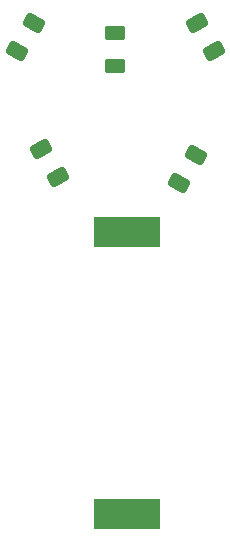
<source format=gbr>
%TF.GenerationSoftware,KiCad,Pcbnew,(6.0.8)*%
%TF.CreationDate,2022-10-01T01:52:07+02:00*%
%TF.ProjectId,ea_logobulb,65615f6c-6f67-46f6-9275-6c622e6b6963,rev?*%
%TF.SameCoordinates,Original*%
%TF.FileFunction,Paste,Bot*%
%TF.FilePolarity,Positive*%
%FSLAX46Y46*%
G04 Gerber Fmt 4.6, Leading zero omitted, Abs format (unit mm)*
G04 Created by KiCad (PCBNEW (6.0.8)) date 2022-10-01 01:52:07*
%MOMM*%
%LPD*%
G01*
G04 APERTURE LIST*
G04 Aperture macros list*
%AMRoundRect*
0 Rectangle with rounded corners*
0 $1 Rounding radius*
0 $2 $3 $4 $5 $6 $7 $8 $9 X,Y pos of 4 corners*
0 Add a 4 corners polygon primitive as box body*
4,1,4,$2,$3,$4,$5,$6,$7,$8,$9,$2,$3,0*
0 Add four circle primitives for the rounded corners*
1,1,$1+$1,$2,$3*
1,1,$1+$1,$4,$5*
1,1,$1+$1,$6,$7*
1,1,$1+$1,$8,$9*
0 Add four rect primitives between the rounded corners*
20,1,$1+$1,$2,$3,$4,$5,0*
20,1,$1+$1,$4,$5,$6,$7,0*
20,1,$1+$1,$6,$7,$8,$9,0*
20,1,$1+$1,$8,$9,$2,$3,0*%
G04 Aperture macros list end*
%ADD10R,5.560000X2.600000*%
%ADD11RoundRect,0.250000X-0.625000X0.375000X-0.625000X-0.375000X0.625000X-0.375000X0.625000X0.375000X0*%
%ADD12RoundRect,0.250000X-0.728766X0.012260X-0.353766X-0.637260X0.728766X-0.012260X0.353766X0.637260X0*%
%ADD13RoundRect,0.250000X-0.353766X0.637260X-0.728766X-0.012260X0.353766X-0.637260X0.728766X0.012260X0*%
G04 APERTURE END LIST*
D10*
%TO.C,REF\u002A\u002A*%
X140716000Y-118585000D03*
X140716000Y-94775000D03*
%TD*%
D11*
%TO.C,REF\u002A\u002A*%
X139700000Y-80648000D03*
X139700000Y-77848000D03*
%TD*%
D12*
%TO.C,REF\u002A\u002A*%
X133412000Y-87687564D03*
X134812000Y-90112436D03*
%TD*%
D13*
%TO.C,REF\u002A\u002A*%
X131380000Y-79444436D03*
X132780000Y-77019564D03*
%TD*%
D12*
%TO.C,REF\u002A\u002A*%
X148020000Y-79444436D03*
X146620000Y-77019564D03*
%TD*%
D13*
%TO.C,REF\u002A\u002A*%
X145096000Y-90620436D03*
X146496000Y-88195564D03*
%TD*%
M02*

</source>
